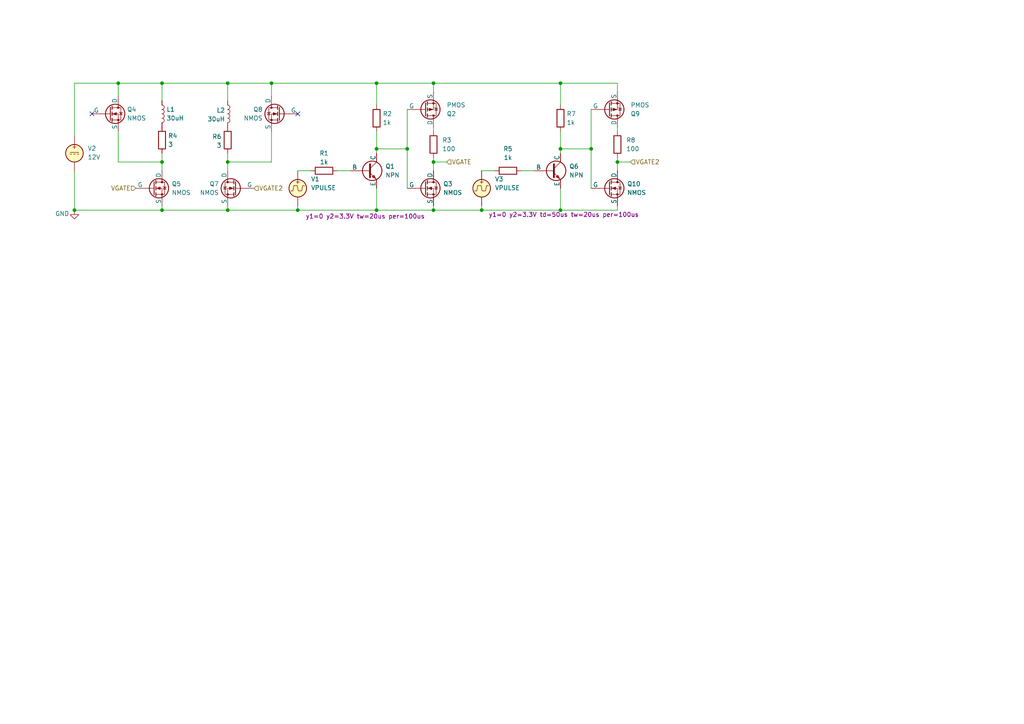
<source format=kicad_sch>
(kicad_sch (version 20250114) (generator "eeschema") (generator_version "9.0")
  (paper "A4")
  (lib_symbols
    (symbol "Device:L" (pin_numbers (hide yes)) (pin_names (offset 1.016) (hide yes))
      (property "Reference" "L" (at -1.27 0 90))
      (property "Value" "L" (at 1.905 0 90))
      (symbol "L_0_1"
        (arc (start 0 2.54) (mid 0.6323 1.905) (end 0 1.27))
        (arc (start 0 1.27) (mid 0.6323 0.635) (end 0 0))
        (arc (start 0 0) (mid 0.6323 -0.635) (end 0 -1.27))
        (arc (start 0 -1.27) (mid 0.6323 -1.905) (end 0 -2.54))
      )
      (symbol "L_1_1"
        (pin passive line (at 0 3.81 270) (length 1.27) (name "1") (number "1"))
        (pin passive line (at 0 -3.81 90) (length 1.27) (name "2") (number "2"))
      )
    )
    (symbol "Device:R" (pin_numbers (hide yes)) (pin_names (offset 0))
      (property "Reference" "R" (at 2.032 0 90))
      (property "Value" "R" (at 0 0 90))
      (symbol "R_0_1"
        (rectangle (start -1.016 -2.54) (end 1.016 2.54) (stroke (width 0.254)))
      )
      (symbol "R_1_1"
        (pin passive line (at 0 3.81 270) (length 1.27) (name "~") (number "1"))
        (pin passive line (at 0 -3.81 90) (length 1.27) (name "~") (number "2"))
      )
    )
    (symbol "Simulation_SPICE:NMOS" (pin_numbers (hide yes)) (pin_names (offset 0))
      (property "Reference" "Q" (at 5.08 1.27 0))
      (property "Value" "NMOS" (at 5.08 -1.27 0))
      (symbol "NMOS_0_1"
        (polyline (pts (xy 0.254 1.905) (xy 0.254 -1.905)) (stroke (width 0.254)))
        (polyline (pts (xy 0.254 0) (xy -2.54 0)))
        (polyline (pts (xy 0.762 2.286) (xy 0.762 1.27)) (stroke (width 0.254)))
        (polyline (pts (xy 0.762 0.508) (xy 0.762 -0.508)) (stroke (width 0.254)))
        (polyline (pts (xy 0.762 -1.27) (xy 0.762 -2.286)) (stroke (width 0.254)))
        (polyline (pts (xy 0.762 -1.778) (xy 3.302 -1.778) (xy 3.302 1.778) (xy 0.762 1.778)))
        (polyline (pts (xy 1.016 0) (xy 2.032 0.381) (xy 2.032 -0.381) (xy 1.016 0)) (fill (type outline)))
        (circle (center 1.651 0) (radius 2.794) (stroke (width 0.254)))
        (polyline (pts (xy 2.54 2.54) (xy 2.54 1.778)))
        (circle (center 2.54 1.778) (radius 0.254) (fill (type outline)))
        (circle (center 2.54 -1.778) (radius 0.254) (fill (type outline)))
        (polyline (pts (xy 2.54 -2.54) (xy 2.54 0) (xy 0.762 0)))
        (polyline (pts (xy 2.794 0.508) (xy 2.921 0.381) (xy 3.683 0.381) (xy 3.81 0.254)))
        (polyline (pts (xy 3.302 0.381) (xy 2.921 -0.254) (xy 3.683 -0.254) (xy 3.302 0.381)))
      )
      (symbol "NMOS_1_1"
        (pin input line (at -5.08 0 0) (length 2.54) (name "G") (number "2"))
        (pin passive line (at 2.54 5.08 270) (length 2.54) (name "D") (number "1"))
        (pin passive line (at 2.54 -5.08 90) (length 2.54) (name "S") (number "3"))
      )
    )
    (symbol "Simulation_SPICE:NPN" (pin_numbers (hide yes)) (pin_names (offset 0))
      (property "Reference" "Q" (at -2.54 7.62 0))
      (property "Value" "NPN" (at -2.54 5.08 0))
      (symbol "NPN_0_1"
        (polyline (pts (xy -2.54 0) (xy 0.635 0)) (stroke (width 0.1524)))
        (polyline (pts (xy 0.635 1.905) (xy 0.635 -1.905) (xy 0.635 -1.905)) (stroke (width 0.508)))
        (polyline (pts (xy 0.635 0.635) (xy 2.54 2.54)))
        (polyline (pts (xy 0.635 -0.635) (xy 2.54 -2.54) (xy 2.54 -2.54)))
        (circle (center 1.27 0) (radius 2.8194) (stroke (width 0.254)))
        (polyline (pts (xy 1.27 -1.778) (xy 1.778 -1.27) (xy 2.286 -2.286) (xy 1.27 -1.778) (xy 1.27 -1.778)) (fill (type outline)))
        (polyline (pts (xy 2.794 -1.27) (xy 2.794 -1.27)) (stroke (width 0.1524)))
        (polyline (pts (xy 2.794 -1.27) (xy 2.794 -1.27)) (stroke (width 0.1524)))
      )
      (symbol "NPN_1_1"
        (pin input line (at -5.08 0 0) (length 2.54) (name "B") (number "2"))
        (pin open_collector line (at 2.54 5.08 270) (length 2.54) (name "C") (number "1"))
        (pin open_emitter line (at 2.54 -5.08 90) (length 2.54) (name "E") (number "3"))
      )
    )
    (symbol "Simulation_SPICE:PMOS" (pin_numbers (hide yes)) (pin_names (offset 0))
      (property "Reference" "Q" (at 5.08 1.27 0))
      (property "Value" "PMOS" (at 5.08 -1.27 0))
      (symbol "PMOS_0_1"
        (polyline (pts (xy 0.254 1.905) (xy 0.254 -1.905)) (stroke (width 0.254)))
        (polyline (pts (xy 0.254 0) (xy -2.54 0)))
        (polyline (pts (xy 0.762 2.286) (xy 0.762 1.27)) (stroke (width 0.254)))
        (polyline (pts (xy 0.762 1.778) (xy 3.302 1.778) (xy 3.302 -1.778) (xy 0.762 -1.778)))
        (polyline (pts (xy 0.762 0.508) (xy 0.762 -0.508)) (stroke (width 0.254)))
        (polyline (pts (xy 0.762 -1.27) (xy 0.762 -2.286)) (stroke (width 0.254)))
        (circle (center 1.651 0) (radius 2.794) (stroke (width 0.254)))
        (polyline (pts (xy 2.286 0) (xy 1.27 0.381) (xy 1.27 -0.381) (xy 2.286 0)) (fill (type outline)))
        (polyline (pts (xy 2.54 2.54) (xy 2.54 1.778)))
        (circle (center 2.54 1.778) (radius 0.254) (fill (type outline)))
        (circle (center 2.54 -1.778) (radius 0.254) (fill (type outline)))
        (polyline (pts (xy 2.54 -2.54) (xy 2.54 0) (xy 0.762 0)))
        (polyline (pts (xy 2.794 -0.508) (xy 2.921 -0.381) (xy 3.683 -0.381) (xy 3.81 -0.254)))
        (polyline (pts (xy 3.302 -0.381) (xy 2.921 0.254) (xy 3.683 0.254) (xy 3.302 -0.381)))
      )
      (symbol "PMOS_1_1"
        (pin input line (at -5.08 0 0) (length 2.54) (name "G") (number "2"))
        (pin passive line (at 2.54 5.08 270) (length 2.54) (name "D") (number "1"))
        (pin passive line (at 2.54 -5.08 90) (length 2.54) (name "S") (number "3"))
      )
    )
    (symbol "Simulation_SPICE:VDC" (pin_numbers (hide yes)) (pin_names (offset 0.0254))
      (property "Reference" "V" (at 2.54 2.54 0))
      (property "Value" "1" (at 2.54 0 0))
      (symbol "VDC_0_0"
        (polyline (pts (xy -1.27 0.254) (xy 1.27 0.254)))
        (polyline (pts (xy -0.762 -0.254) (xy -1.27 -0.254)))
        (polyline (pts (xy 0.254 -0.254) (xy -0.254 -0.254)))
        (polyline (pts (xy 1.27 -0.254) (xy 0.762 -0.254)))
        (text "+" (at 0 1.905 0) (effects (font (size 1.27 1.27))))
      )
      (symbol "VDC_0_1"
        (circle (center 0 0) (radius 2.54) (stroke (width 0.254)) (fill (type background)))
      )
      (symbol "VDC_1_1"
        (pin passive line (at 0 5.08 270) (length 2.54) (name "~") (number "1"))
        (pin passive line (at 0 -5.08 90) (length 2.54) (name "~") (number "2"))
      )
    )
    (symbol "Simulation_SPICE:VPULSE" (pin_numbers (hide yes)) (pin_names (offset 0.0254))
      (property "Reference" "V" (at 2.54 2.54 0))
      (property "Value" "VPULSE" (at 2.54 0 0))
      (property "Sim.Params" "y1=0 y2=1 td=2n tr=2n tf=2n tw=50n per=100n" (at 2.54 -2.54 0))
      (symbol "VPULSE_0_0"
        (polyline (pts (xy -2.032 -0.762) (xy -1.397 -0.762) (xy -1.143 0.762) (xy -0.127 0.762) (xy 0.127 -0.762) (xy 1.143 -0.762) (xy 1.397 0.762) (xy 2.032 0.762)))
        (text "+" (at 0 1.905 0) (effects (font (size 1.27 1.27))))
      )
      (symbol "VPULSE_0_1"
        (circle (center 0 0) (radius 2.54) (stroke (width 0.254)) (fill (type background)))
      )
      (symbol "VPULSE_1_1"
        (pin passive line (at 0 5.08 270) (length 2.54) (name "~") (number "1"))
        (pin passive line (at 0 -5.08 90) (length 2.54) (name "~") (number "2"))
      )
    )
    (symbol "power:GND" (power) (pin_numbers (hide yes)) (pin_names (offset 0) (hide yes))
      (property "Value" "GND" (at 0 -3.81 0))
      (symbol "GND_0_1"
        (polyline (pts (xy 0 0) (xy 0 -1.27) (xy 1.27 -1.27) (xy 0 -2.54) (xy -1.27 -1.27) (xy 0 -1.27)))
      )
      (symbol "GND_1_1"
        (pin power_in line (at 0 0 270) (length 0) (name "~") (number "1"))
      )
    )
  )
  (junction (at 46.99 60.96))
  (junction (at 66.04 46.99))
  (junction (at 46.99 24.13))
  (junction (at 78.74 24.13))
  (junction (at 139.7 60.96))
  (junction (at 21.59 60.96))
  (junction (at 162.56 24.13))
  (junction (at 66.04 24.13))
  (junction (at 66.04 60.96))
  (junction (at 179.07 46.99))
  (junction (at 125.73 46.99))
  (junction (at 109.22 60.96))
  (junction (at 46.99 46.99))
  (junction (at 162.56 60.96))
  (junction (at 162.56 43.18))
  (junction (at 109.22 24.13))
  (junction (at 171.45 43.18))
  (junction (at 118.11 43.18))
  (junction (at 86.36 60.96))
  (junction (at 125.73 60.96))
  (junction (at 109.22 43.18))
  (junction (at 34.29 24.13))
  (junction (at 125.73 24.13))
  (no_connect (at 86.36 33.02))
  (no_connect (at 26.67 33.02))
  (wire (pts (xy 34.29 38.1) (xy 34.29 46.99)))
  (wire (pts (xy 34.29 24.13) (xy 46.99 24.13)))
  (wire (pts (xy 125.73 36.83) (xy 125.73 38.1)))
  (wire (pts (xy 162.56 60.96) (xy 179.07 60.96)))
  (wire (pts (xy 125.73 59.69) (xy 125.73 60.96)))
  (wire (pts (xy 162.56 38.1) (xy 162.56 43.18)))
  (wire (pts (xy 118.11 43.18) (xy 118.11 54.61)))
  (wire (pts (xy 46.99 59.69) (xy 46.99 60.96)))
  (wire (pts (xy 66.04 46.99) (xy 66.04 49.53)))
  (wire (pts (xy 162.56 43.18) (xy 162.56 44.45)))
  (wire (pts (xy 109.22 43.18) (xy 109.22 38.1)))
  (wire (pts (xy 125.73 24.13) (xy 162.56 24.13)))
  (wire (pts (xy 21.59 60.96) (xy 46.99 60.96)))
  (wire (pts (xy 179.07 38.1) (xy 179.07 36.83)))
  (wire (pts (xy 34.29 24.13) (xy 34.29 27.94)))
  (wire (pts (xy 118.11 43.18) (xy 118.11 31.75)))
  (wire (pts (xy 66.04 24.13) (xy 78.74 24.13)))
  (wire (pts (xy 179.07 24.13) (xy 179.07 26.67)))
  (wire (pts (xy 125.73 46.99) (xy 129.54 46.99)))
  (wire (pts (xy 162.56 30.48) (xy 162.56 24.13)))
  (wire (pts (xy 179.07 46.99) (xy 182.88 46.99)))
  (wire (pts (xy 21.59 24.13) (xy 34.29 24.13)))
  (wire (pts (xy 97.79 49.53) (xy 101.6 49.53)))
  (wire (pts (xy 46.99 44.45) (xy 46.99 46.99)))
  (wire (pts (xy 78.74 24.13) (xy 109.22 24.13)))
  (wire (pts (xy 21.59 49.53) (xy 21.59 60.96)))
  (wire (pts (xy 109.22 43.18) (xy 109.22 44.45)))
  (wire (pts (xy 78.74 24.13) (xy 78.74 27.94)))
  (wire (pts (xy 179.07 46.99) (xy 179.07 49.53)))
  (wire (pts (xy 171.45 43.18) (xy 171.45 31.75)))
  (wire (pts (xy 162.56 43.18) (xy 171.45 43.18)))
  (wire (pts (xy 46.99 46.99) (xy 46.99 49.53)))
  (wire (pts (xy 66.04 44.45) (xy 66.04 46.99)))
  (wire (pts (xy 86.36 60.96) (xy 109.22 60.96)))
  (wire (pts (xy 66.04 60.96) (xy 86.36 60.96)))
  (wire (pts (xy 125.73 45.72) (xy 125.73 46.99)))
  (wire (pts (xy 109.22 60.96) (xy 125.73 60.96)))
  (wire (pts (xy 151.13 49.53) (xy 154.94 49.53)))
  (wire (pts (xy 139.7 49.53) (xy 143.51 49.53)))
  (wire (pts (xy 125.73 60.96) (xy 139.7 60.96)))
  (wire (pts (xy 109.22 54.61) (xy 109.22 60.96)))
  (wire (pts (xy 171.45 43.18) (xy 171.45 54.61)))
  (wire (pts (xy 78.74 38.1) (xy 78.74 46.99)))
  (wire (pts (xy 109.22 24.13) (xy 125.73 24.13)))
  (wire (pts (xy 86.36 49.53) (xy 90.17 49.53)))
  (wire (pts (xy 66.04 59.69) (xy 66.04 60.96)))
  (wire (pts (xy 46.99 24.13) (xy 66.04 24.13)))
  (wire (pts (xy 139.7 60.96) (xy 139.7 59.69)))
  (wire (pts (xy 34.29 46.99) (xy 46.99 46.99)))
  (wire (pts (xy 179.07 45.72) (xy 179.07 46.99)))
  (wire (pts (xy 86.36 59.69) (xy 86.36 60.96)))
  (wire (pts (xy 139.7 60.96) (xy 162.56 60.96)))
  (wire (pts (xy 125.73 24.13) (xy 125.73 26.67)))
  (wire (pts (xy 109.22 43.18) (xy 118.11 43.18)))
  (wire (pts (xy 162.56 24.13) (xy 179.07 24.13)))
  (wire (pts (xy 162.56 54.61) (xy 162.56 60.96)))
  (wire (pts (xy 46.99 24.13) (xy 46.99 29.21)))
  (wire (pts (xy 179.07 59.69) (xy 179.07 60.96)))
  (wire (pts (xy 78.74 46.99) (xy 66.04 46.99)))
  (wire (pts (xy 125.73 46.99) (xy 125.73 49.53)))
  (wire (pts (xy 66.04 24.13) (xy 66.04 29.21)))
  (wire (pts (xy 21.59 24.13) (xy 21.59 39.37)))
  (wire (pts (xy 46.99 60.96) (xy 66.04 60.96)))
  (wire (pts (xy 109.22 30.48) (xy 109.22 24.13)))
  (hierarchical_label "VGATE" (shape input) (at 129.54 46.99 0))
  (hierarchical_label "VGATE" (shape input) (at 39.37 54.61 180))
  (hierarchical_label "VGATE2" (shape input) (at 182.88 46.99 0))
  (hierarchical_label "VGATE2" (shape input) (at 73.66 54.61 0))
  (symbol (lib_id "power:GND") (at 21.59 60.96 0) (unit 1)
    (property "Reference" "#PWR02" (effects (hide yes)))
    (property "Value" "GND" (at 18.034 61.976 0))
    (property "Description" "Power symbol creates a global label with name \"GND\" , ground" (effects (hide yes)))
  )
  (symbol (lib_id "Simulation_SPICE:VPULSE") (at 86.36 54.61 0) (unit 1)
    (property "Reference" "V1" (at 90.17 51.9401 0) (effects (justify left)))
    (property "Value" "VPULSE" (at 90.17 54.4801 0) (effects (justify left)))
    (property "Datasheet" "https://ngspice.sourceforge.io/docs/ngspice-html-manual/manual.xhtml#sec_Independent_Sources_for" (effects (hide yes)))
    (property "Description" "Voltage source, pulse" (effects (hide yes)))
    (property "Sim.Pins" "1=+ 2=-" (effects (hide yes)))
    (property "Sim.Type" "PULSE" (effects (hide yes)))
    (property "Sim.Device" "V" (effects (hide yes)))
    (property "Sim.Params" "y1=0 y2=3.3V tw=20us per=100us" (at 88.646 62.738 0) (effects (justify left)))
  )
  (symbol (lib_id "Device:R") (at 66.04 40.64 0) (unit 1)
    (property "Reference" "R6" (at 64.262 39.624 0) (effects (justify right)))
    (property "Value" "3" (at 64.262 42.164 0) (effects (justify right)))
    (property "Description" "Resistor" (effects (hide yes)))
  )
  (symbol (lib_id "Simulation_SPICE:NMOS") (at 123.19 54.61 0) (unit 1)
    (property "Reference" "Q3" (at 128.524 53.34 0) (effects (justify left)))
    (property "Value" "NMOS" (at 128.524 55.88 0) (effects (justify left)))
    (property "Datasheet" "https://ngspice.sourceforge.io/docs/ngspice-html-manual/manual.xhtml#cha_MOSFETs" (effects (hide yes)))
    (property "Description" "N-MOSFET transistor, drain/source/gate" (effects (hide yes)))
    (property "Sim.Device" "SUBCKT" (effects (hide yes)))
    (property "Sim.Pins" "1=1 2=2 3=3" (effects (hide yes)))
    (property "Sim.Library" "/home/thomas/ext/irfz34n.spi" (effects (hide yes)))
    (property "Sim.Name" "irfz34n" (effects (hide yes)))
  )
  (symbol (lib_id "Device:R") (at 179.07 41.91 180) (unit 1)
    (property "Reference" "R8" (at 181.61 40.6399 0) (effects (justify right)))
    (property "Value" "100" (at 181.61 43.1799 0) (effects (justify right)))
    (property "Description" "Resistor" (effects (hide yes)))
  )
  (symbol (lib_id "Simulation_SPICE:NMOS") (at 176.53 54.61 0) (unit 1)
    (property "Reference" "Q10" (at 181.864 53.34 0) (effects (justify left)))
    (property "Value" "NMOS" (at 181.864 55.88 0) (effects (justify left)))
    (property "Datasheet" "https://ngspice.sourceforge.io/docs/ngspice-html-manual/manual.xhtml#cha_MOSFETs" (effects (hide yes)))
    (property "Description" "N-MOSFET transistor, drain/source/gate" (effects (hide yes)))
    (property "Sim.Device" "SUBCKT" (effects (hide yes)))
    (property "Sim.Pins" "1=1 2=2 3=3" (effects (hide yes)))
    (property "Sim.Library" "/home/thomas/ext/irfz34n.spi" (effects (hide yes)))
    (property "Sim.Name" "irfz34n" (effects (hide yes)))
  )
  (symbol (lib_id "Simulation_SPICE:NPN") (at 160.02 49.53 0) (unit 1)
    (property "Reference" "Q6" (at 165.1 48.2599 0) (effects (justify left)))
    (property "Value" "NPN" (at 165.1 50.7999 0) (effects (justify left)))
    (property "Datasheet" "https://ngspice.sourceforge.io/docs/ngspice-html-manual/manual.xhtml#cha_BJTs" (effects (hide yes)))
    (property "Description" "Bipolar transistor symbol for simulation only, substrate tied to the emitter" (effects (hide yes)))
    (property "Sim.Device" "NPN" (effects (hide yes)))
    (property "Sim.Type" "GUMMELPOON" (effects (hide yes)))
    (property "Sim.Pins" "1=C 2=B 3=E" (effects (hide yes)))
  )
  (symbol (lib_id "Device:R") (at 125.73 41.91 180) (unit 1)
    (property "Reference" "R3" (at 128.27 40.6399 0) (effects (justify right)))
    (property "Value" "100" (at 128.27 43.1799 0) (effects (justify right)))
    (property "Description" "Resistor" (effects (hide yes)))
  )
  (symbol (lib_id "Device:R") (at 109.22 34.29 0) (unit 1)
    (property "Reference" "R2" (at 110.998 33.02 0) (effects (justify left)))
    (property "Value" "1k" (at 110.998 35.56 0) (effects (justify left)))
    (property "Description" "Resistor" (effects (hide yes)))
  )
  (symbol (lib_id "Simulation_SPICE:PMOS") (at 123.19 31.75 0) (mirror x) (unit 1)
    (property "Reference" "Q2" (at 129.54 33.0201 0) (effects (justify left)))
    (property "Value" "PMOS" (at 129.54 30.4801 0) (effects (justify left)))
    (property "Datasheet" "https://ngspice.sourceforge.io/docs/ngspice-html-manual/manual.xhtml#cha_MOSFETs" (effects (hide yes)))
    (property "Description" "P-MOSFET transistor, drain/source/gate" (effects (hide yes)))
    (property "Sim.Device" "SUBCKT" (effects (hide yes)))
    (property "Sim.Pins" "1=1 2=2 3=3" (effects (hide yes)))
    (property "Sim.Library" "/home/thomas/ext/irf9z24n.spi" (effects (hide yes)))
    (property "Sim.Name" "irf9z24n" (effects (hide yes)))
  )
  (symbol (lib_id "Simulation_SPICE:VPULSE") (at 139.7 54.61 0) (unit 1)
    (property "Reference" "V3" (at 143.51 51.9401 0) (effects (justify left)))
    (property "Value" "VPULSE" (at 143.51 54.4801 0) (effects (justify left)))
    (property "Datasheet" "https://ngspice.sourceforge.io/docs/ngspice-html-manual/manual.xhtml#sec_Independent_Sources_for" (effects (hide yes)))
    (property "Description" "Voltage source, pulse" (effects (hide yes)))
    (property "Sim.Pins" "1=+ 2=-" (effects (hide yes)))
    (property "Sim.Type" "PULSE" (effects (hide yes)))
    (property "Sim.Device" "V" (effects (hide yes)))
    (property "Sim.Params" "y1=0 y2=3.3V td=50us tw=20us per=100us" (at 141.732 62.23 0) (effects (justify left)))
  )
  (symbol (lib_id "Simulation_SPICE:NMOS") (at 31.75 33.02 0) (unit 1)
    (property "Reference" "Q4" (at 36.83 31.75 0) (effects (justify left)))
    (property "Value" "NMOS" (at 36.83 34.29 0) (effects (justify left)))
    (property "Datasheet" "https://ngspice.sourceforge.io/docs/ngspice-html-manual/manual.xhtml#cha_MOSFETs" (effects (hide yes)))
    (property "Description" "N-MOSFET transistor, drain/source/gate" (effects (hide yes)))
    (property "Sim.Device" "SUBCKT" (effects (hide yes)))
    (property "Sim.Pins" "1=1 2=2 3=3" (effects (hide yes)))
    (property "Sim.Library" "/home/thomas/ext/irfz34n.spi" (effects (hide yes)))
    (property "Sim.Name" "irfz34n" (effects (hide yes)))
  )
  (symbol (lib_id "Simulation_SPICE:VDC") (at 21.59 44.45 0) (unit 1)
    (property "Reference" "V2" (at 25.4 43.0501 0) (effects (justify left)))
    (property "Value" "12V" (at 25.4 45.5901 0) (effects (justify left)))
    (property "Datasheet" "https://ngspice.sourceforge.io/docs/ngspice-html-manual/manual.xhtml#sec_Independent_Sources_for" (effects (hide yes)))
    (property "Description" "Voltage source, DC" (effects (hide yes)))
    (property "Sim.Pins" "1=+ 2=-" (effects (hide yes)))
    (property "Sim.Type" "DC" (effects (hide yes)))
    (property "Sim.Device" "V" (effects (hide yes)))
  )
  (symbol (lib_id "Device:L") (at 46.99 33.02 0) (unit 1)
    (property "Reference" "L1" (at 48.26 31.7499 0) (effects (justify left)))
    (property "Value" "30uH" (at 48.26 34.2899 0) (effects (justify left)))
    (property "Description" "Inductor" (effects (hide yes)))
  )
  (symbol (lib_id "Simulation_SPICE:PMOS") (at 176.53 31.75 0) (mirror x) (unit 1)
    (property "Reference" "Q9" (at 182.88 33.0201 0) (effects (justify left)))
    (property "Value" "PMOS" (at 182.88 30.4801 0) (effects (justify left)))
    (property "Datasheet" "https://ngspice.sourceforge.io/docs/ngspice-html-manual/manual.xhtml#cha_MOSFETs" (effects (hide yes)))
    (property "Description" "P-MOSFET transistor, drain/source/gate" (effects (hide yes)))
    (property "Sim.Device" "SUBCKT" (effects (hide yes)))
    (property "Sim.Pins" "1=1 2=2 3=3" (effects (hide yes)))
    (property "Sim.Library" "/home/thomas/ext/irf9z24n.spi" (effects (hide yes)))
    (property "Sim.Name" "irf9z24n" (effects (hide yes)))
  )
  (symbol (lib_id "Device:R") (at 93.98 49.53 90) (unit 1)
    (property "Reference" "R1" (at 93.98 44.45 90))
    (property "Value" "1k" (at 93.98 46.99 90))
    (property "Description" "Resistor" (effects (hide yes)))
  )
  (symbol (lib_id "Simulation_SPICE:NMOS") (at 44.45 54.61 0) (unit 1)
    (property "Reference" "Q5" (at 49.784 53.34 0) (effects (justify left)))
    (property "Value" "NMOS" (at 49.784 55.88 0) (effects (justify left)))
    (property "Datasheet" "https://ngspice.sourceforge.io/docs/ngspice-html-manual/manual.xhtml#cha_MOSFETs" (effects (hide yes)))
    (property "Description" "N-MOSFET transistor, drain/source/gate" (effects (hide yes)))
    (property "Sim.Device" "SUBCKT" (effects (hide yes)))
    (property "Sim.Pins" "1=1 2=2 3=3" (effects (hide yes)))
    (property "Sim.Library" "/home/thomas/ext/irfz34n.spi" (effects (hide yes)))
    (property "Sim.Name" "irfz34n" (effects (hide yes)))
  )
  (symbol (lib_id "Device:L") (at 66.04 33.02 0) (unit 1)
    (property "Reference" "L2" (at 65.278 32.004 0) (effects (justify right)))
    (property "Value" "30uH" (at 65.278 34.544 0) (effects (justify right)))
    (property "Description" "Inductor" (effects (hide yes)))
  )
  (symbol (lib_id "Device:R") (at 147.32 49.53 90) (unit 1)
    (property "Reference" "R5" (at 147.32 43.18 90))
    (property "Value" "1k" (at 147.32 45.72 90))
    (property "Description" "Resistor" (effects (hide yes)))
  )
  (symbol (lib_id "Simulation_SPICE:NMOS") (at 68.58 54.61 0) (mirror y) (unit 1)
    (property "Reference" "Q7" (at 63.5 53.34 0) (effects (justify left)))
    (property "Value" "NMOS" (at 63.5 55.88 0) (effects (justify left)))
    (property "Datasheet" "https://ngspice.sourceforge.io/docs/ngspice-html-manual/manual.xhtml#cha_MOSFETs" (effects (hide yes)))
    (property "Description" "N-MOSFET transistor, drain/source/gate" (effects (hide yes)))
    (property "Sim.Device" "SUBCKT" (effects (hide yes)))
    (property "Sim.Pins" "1=1 2=2 3=3" (effects (hide yes)))
    (property "Sim.Library" "/home/thomas/ext/irfz34n.spi" (effects (hide yes)))
    (property "Sim.Name" "irfz34n" (effects (hide yes)))
  )
  (symbol (lib_id "Simulation_SPICE:NMOS") (at 81.28 33.02 0) (mirror y) (unit 1)
    (property "Reference" "Q8" (at 76.2 31.75 0) (effects (justify left)))
    (property "Value" "NMOS" (at 76.2 34.29 0) (effects (justify left)))
    (property "Datasheet" "https://ngspice.sourceforge.io/docs/ngspice-html-manual/manual.xhtml#cha_MOSFETs" (effects (hide yes)))
    (property "Description" "N-MOSFET transistor, drain/source/gate" (effects (hide yes)))
    (property "Sim.Device" "SUBCKT" (effects (hide yes)))
    (property "Sim.Pins" "1=1 2=2 3=3" (effects (hide yes)))
    (property "Sim.Library" "/home/thomas/ext/irfz34n.spi" (effects (hide yes)))
    (property "Sim.Name" "irfz34n" (effects (hide yes)))
  )
  (symbol (lib_id "Simulation_SPICE:NPN") (at 106.68 49.53 0) (unit 1)
    (property "Reference" "Q1" (at 111.76 48.2599 0) (effects (justify left)))
    (property "Value" "NPN" (at 111.76 50.7999 0) (effects (justify left)))
    (property "Datasheet" "https://ngspice.sourceforge.io/docs/ngspice-html-manual/manual.xhtml#cha_BJTs" (effects (hide yes)))
    (property "Description" "Bipolar transistor symbol for simulation only, substrate tied to the emitter" (effects (hide yes)))
    (property "Sim.Device" "NPN" (effects (hide yes)))
    (property "Sim.Type" "GUMMELPOON" (effects (hide yes)))
    (property "Sim.Pins" "1=C 2=B 3=E" (effects (hide yes)))
  )
  (symbol (lib_id "Device:R") (at 46.99 40.64 0) (unit 1)
    (property "Reference" "R4" (at 48.768 39.37 0) (effects (justify left)))
    (property "Value" "3" (at 48.768 41.91 0) (effects (justify left)))
    (property "Description" "Resistor" (effects (hide yes)))
  )
  (symbol (lib_id "Device:R") (at 162.56 34.29 0) (unit 1)
    (property "Reference" "R7" (at 164.338 33.02 0) (effects (justify left)))
    (property "Value" "1k" (at 164.338 35.56 0) (effects (justify left)))
    (property "Description" "Resistor" (effects (hide yes)))
  )
)
</source>
